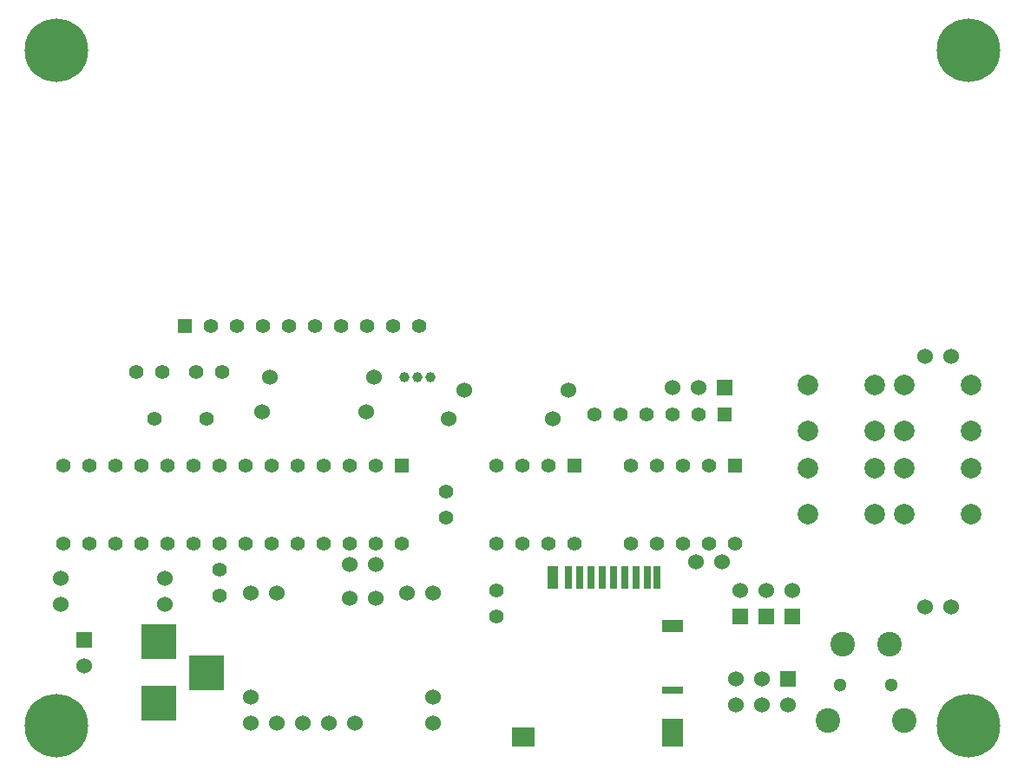
<source format=gbs>
G04 (created by PCBNEW (2013-07-07 BZR 4022)-stable) date 2014/09/12 23:22:48*
%MOIN*%
G04 Gerber Fmt 3.4, Leading zero omitted, Abs format*
%FSLAX34Y34*%
G01*
G70*
G90*
G04 APERTURE LIST*
%ADD10C,0.00590551*%
%ADD11C,0.06*%
%ADD12R,0.055X0.055*%
%ADD13C,0.055*%
%ADD14R,0.06X0.06*%
%ADD15C,0.056*%
%ADD16R,0.0393701X0.0866142*%
%ADD17R,0.0275591X0.0866142*%
%ADD18R,0.0255906X0.0866142*%
%ADD19R,0.0787402X0.0472441*%
%ADD20R,0.0787402X0.0314961*%
%ADD21R,0.0787402X0.110236*%
%ADD22R,0.0905512X0.0748031*%
%ADD23R,0.1378X0.1378*%
%ADD24C,0.0787402*%
%ADD25C,0.0393701*%
%ADD26C,0.244094*%
%ADD27C,0.0944882*%
%ADD28C,0.0511811*%
G04 APERTURE END LIST*
G54D10*
G54D11*
X9827Y2867D03*
X9827Y3867D03*
X9827Y7867D03*
X10827Y2867D03*
X11827Y2867D03*
X12827Y2867D03*
X13827Y2867D03*
X16827Y2867D03*
X16827Y7867D03*
X15827Y7867D03*
X16827Y3867D03*
X10827Y7867D03*
G54D12*
X28027Y14717D03*
G54D13*
X27027Y14717D03*
X26027Y14717D03*
X25027Y14717D03*
X24027Y14717D03*
X23027Y14717D03*
G54D12*
X7311Y18110D03*
G54D13*
X8311Y18110D03*
X9311Y18110D03*
X10311Y18110D03*
X11311Y18110D03*
X12311Y18110D03*
X13311Y18110D03*
X14311Y18110D03*
X15311Y18110D03*
X16311Y18110D03*
G54D11*
X2527Y8417D03*
X6527Y8417D03*
X6527Y7417D03*
X2527Y7417D03*
X14277Y14817D03*
X10277Y14817D03*
X10577Y16167D03*
X14577Y16167D03*
X17427Y14567D03*
X21427Y14567D03*
X18027Y15667D03*
X22027Y15667D03*
G54D14*
X30477Y4567D03*
G54D11*
X30477Y3567D03*
X29477Y4567D03*
X29477Y3567D03*
X28477Y4567D03*
X28477Y3567D03*
G54D14*
X28027Y15767D03*
G54D11*
X27027Y15767D03*
X26027Y15767D03*
G54D14*
X3427Y6067D03*
G54D11*
X3427Y5067D03*
G54D14*
X30627Y6967D03*
G54D11*
X30627Y7967D03*
G54D14*
X29627Y6967D03*
G54D11*
X29627Y7967D03*
G54D14*
X28627Y6967D03*
G54D11*
X28627Y7967D03*
G54D15*
X6127Y14567D03*
X8127Y14567D03*
G54D16*
X21437Y8464D03*
G54D17*
X22047Y8464D03*
X22480Y8464D03*
X22913Y8464D03*
X23346Y8464D03*
X23779Y8464D03*
X24212Y8464D03*
X24645Y8464D03*
G54D18*
X25078Y8464D03*
X25452Y8464D03*
G54D19*
X26023Y6574D03*
G54D20*
X26023Y4133D03*
G54D21*
X26023Y2500D03*
G54D22*
X20314Y2322D03*
G54D12*
X22277Y12767D03*
G54D13*
X21277Y12767D03*
X20277Y12767D03*
X19277Y12767D03*
X19277Y9767D03*
X20277Y9767D03*
X21277Y9767D03*
X22277Y9767D03*
X14627Y12767D03*
X13627Y12767D03*
X12627Y12767D03*
X11627Y12767D03*
X10627Y12767D03*
X9627Y12767D03*
X8627Y12767D03*
X7627Y12767D03*
X6627Y12767D03*
X5627Y12767D03*
X4627Y12767D03*
X3627Y12767D03*
X2627Y12767D03*
G54D12*
X15627Y12767D03*
G54D13*
X2627Y9767D03*
X3627Y9767D03*
X4627Y9767D03*
X5627Y9767D03*
X6627Y9767D03*
X7627Y9767D03*
X8627Y9767D03*
X9627Y9767D03*
X10627Y9767D03*
X11627Y9767D03*
X12627Y9767D03*
X13627Y9767D03*
X14627Y9767D03*
X15627Y9767D03*
G54D12*
X28427Y12767D03*
G54D13*
X27427Y12767D03*
X26427Y12767D03*
X25427Y12767D03*
X24427Y12767D03*
X24427Y9767D03*
X25427Y9767D03*
X26427Y9767D03*
X27427Y9767D03*
X28427Y9767D03*
X8727Y16367D03*
X7727Y16367D03*
X5427Y16367D03*
X6427Y16367D03*
X8627Y7767D03*
X8627Y8767D03*
X19277Y6967D03*
X19277Y7967D03*
X17327Y10767D03*
X17327Y11767D03*
G54D23*
X6299Y5984D03*
X6299Y3622D03*
X8149Y4803D03*
G54D24*
X31248Y10881D03*
X31248Y12653D03*
X33807Y12653D03*
X33807Y10881D03*
X34948Y10881D03*
X34948Y12653D03*
X37507Y12653D03*
X37507Y10881D03*
X34948Y14081D03*
X34948Y15853D03*
X37507Y15853D03*
X37507Y14081D03*
X31248Y14081D03*
X31248Y15853D03*
X33807Y15853D03*
X33807Y14081D03*
G54D25*
X16227Y16167D03*
X15727Y16167D03*
X16727Y16167D03*
G54D26*
X2362Y28740D03*
X2362Y2755D03*
X37401Y28740D03*
X37401Y2755D03*
G54D27*
X32559Y5905D03*
X34370Y5905D03*
X32007Y2952D03*
X34921Y2952D03*
G54D28*
X34448Y4330D03*
X32480Y4330D03*
G54D11*
X35727Y16967D03*
X36727Y16967D03*
X36727Y7317D03*
X35727Y7317D03*
X13627Y7667D03*
X14627Y7667D03*
X13627Y8967D03*
X14627Y8967D03*
X27927Y9067D03*
X26927Y9067D03*
M02*

</source>
